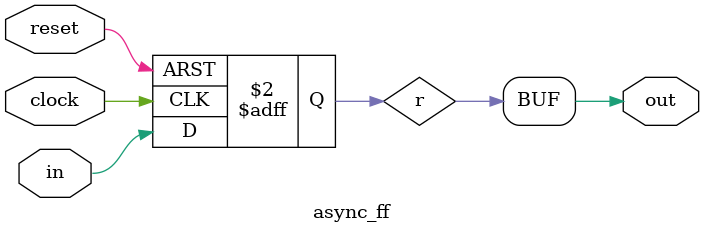
<source format=v>
module async_ff(input clock, input reset, input in, output out);

reg r;

always @(posedge clock or posedge reset)
  if (reset) r <= 1'b0;
  else r <= in;

assign out = r;

endmodule

</source>
